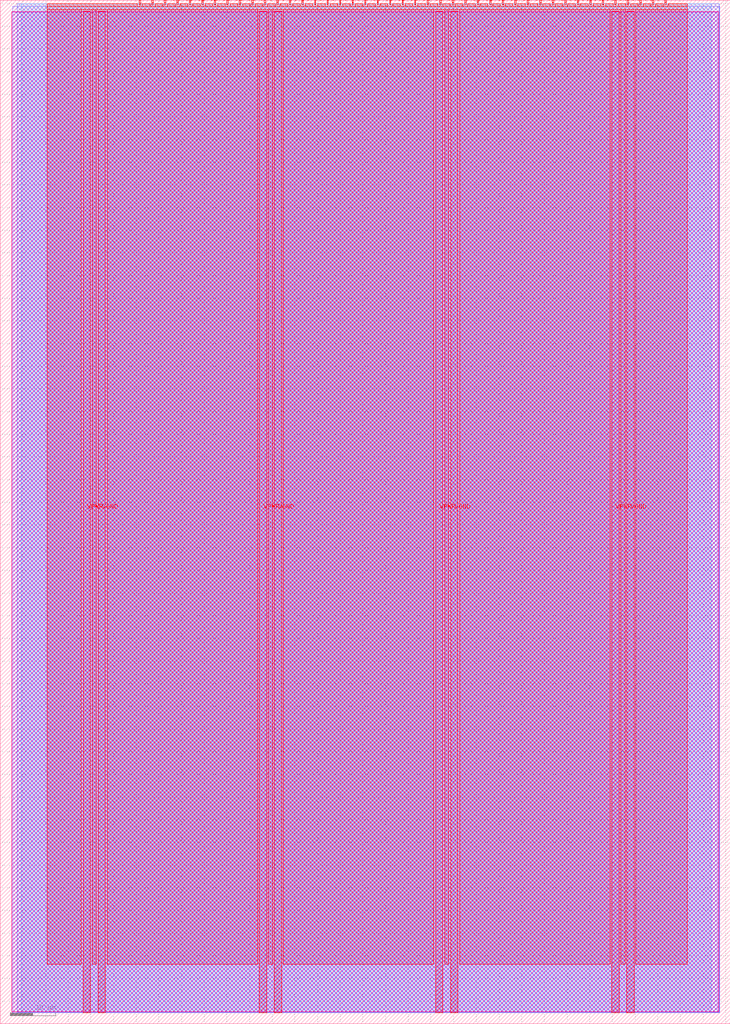
<source format=lef>
VERSION 5.7 ;
  NOWIREEXTENSIONATPIN ON ;
  DIVIDERCHAR "/" ;
  BUSBITCHARS "[]" ;
MACRO tt_um_edwintorok
  CLASS BLOCK ;
  FOREIGN tt_um_edwintorok ;
  ORIGIN 0.000 0.000 ;
  SIZE 161.000 BY 225.760 ;
  PIN VGND
    DIRECTION INOUT ;
    USE GROUND ;
    PORT
      LAYER met4 ;
        RECT 21.580 2.480 23.180 223.280 ;
    END
    PORT
      LAYER met4 ;
        RECT 60.450 2.480 62.050 223.280 ;
    END
    PORT
      LAYER met4 ;
        RECT 99.320 2.480 100.920 223.280 ;
    END
    PORT
      LAYER met4 ;
        RECT 138.190 2.480 139.790 223.280 ;
    END
  END VGND
  PIN VPWR
    DIRECTION INOUT ;
    USE POWER ;
    PORT
      LAYER met4 ;
        RECT 18.280 2.480 19.880 223.280 ;
    END
    PORT
      LAYER met4 ;
        RECT 57.150 2.480 58.750 223.280 ;
    END
    PORT
      LAYER met4 ;
        RECT 96.020 2.480 97.620 223.280 ;
    END
    PORT
      LAYER met4 ;
        RECT 134.890 2.480 136.490 223.280 ;
    END
  END VPWR
  PIN clk
    DIRECTION INPUT ;
    USE SIGNAL ;
    ANTENNAGATEAREA 0.852000 ;
    PORT
      LAYER met4 ;
        RECT 143.830 224.760 144.130 225.760 ;
    END
  END clk
  PIN ena
    DIRECTION INPUT ;
    USE SIGNAL ;
    PORT
      LAYER met4 ;
        RECT 146.590 224.760 146.890 225.760 ;
    END
  END ena
  PIN rst_n
    DIRECTION INPUT ;
    USE SIGNAL ;
    ANTENNAGATEAREA 0.196500 ;
    PORT
      LAYER met4 ;
        RECT 141.070 224.760 141.370 225.760 ;
    END
  END rst_n
  PIN ui_in[0]
    DIRECTION INPUT ;
    USE SIGNAL ;
    PORT
      LAYER met4 ;
        RECT 138.310 224.760 138.610 225.760 ;
    END
  END ui_in[0]
  PIN ui_in[1]
    DIRECTION INPUT ;
    USE SIGNAL ;
    PORT
      LAYER met4 ;
        RECT 135.550 224.760 135.850 225.760 ;
    END
  END ui_in[1]
  PIN ui_in[2]
    DIRECTION INPUT ;
    USE SIGNAL ;
    PORT
      LAYER met4 ;
        RECT 132.790 224.760 133.090 225.760 ;
    END
  END ui_in[2]
  PIN ui_in[3]
    DIRECTION INPUT ;
    USE SIGNAL ;
    PORT
      LAYER met4 ;
        RECT 130.030 224.760 130.330 225.760 ;
    END
  END ui_in[3]
  PIN ui_in[4]
    DIRECTION INPUT ;
    USE SIGNAL ;
    PORT
      LAYER met4 ;
        RECT 127.270 224.760 127.570 225.760 ;
    END
  END ui_in[4]
  PIN ui_in[5]
    DIRECTION INPUT ;
    USE SIGNAL ;
    PORT
      LAYER met4 ;
        RECT 124.510 224.760 124.810 225.760 ;
    END
  END ui_in[5]
  PIN ui_in[6]
    DIRECTION INPUT ;
    USE SIGNAL ;
    PORT
      LAYER met4 ;
        RECT 121.750 224.760 122.050 225.760 ;
    END
  END ui_in[6]
  PIN ui_in[7]
    DIRECTION INPUT ;
    USE SIGNAL ;
    PORT
      LAYER met4 ;
        RECT 118.990 224.760 119.290 225.760 ;
    END
  END ui_in[7]
  PIN uio_in[0]
    DIRECTION INPUT ;
    USE SIGNAL ;
    ANTENNAGATEAREA 0.159000 ;
    PORT
      LAYER met4 ;
        RECT 116.230 224.760 116.530 225.760 ;
    END
  END uio_in[0]
  PIN uio_in[1]
    DIRECTION INPUT ;
    USE SIGNAL ;
    PORT
      LAYER met4 ;
        RECT 113.470 224.760 113.770 225.760 ;
    END
  END uio_in[1]
  PIN uio_in[2]
    DIRECTION INPUT ;
    USE SIGNAL ;
    PORT
      LAYER met4 ;
        RECT 110.710 224.760 111.010 225.760 ;
    END
  END uio_in[2]
  PIN uio_in[3]
    DIRECTION INPUT ;
    USE SIGNAL ;
    PORT
      LAYER met4 ;
        RECT 107.950 224.760 108.250 225.760 ;
    END
  END uio_in[3]
  PIN uio_in[4]
    DIRECTION INPUT ;
    USE SIGNAL ;
    PORT
      LAYER met4 ;
        RECT 105.190 224.760 105.490 225.760 ;
    END
  END uio_in[4]
  PIN uio_in[5]
    DIRECTION INPUT ;
    USE SIGNAL ;
    PORT
      LAYER met4 ;
        RECT 102.430 224.760 102.730 225.760 ;
    END
  END uio_in[5]
  PIN uio_in[6]
    DIRECTION INPUT ;
    USE SIGNAL ;
    PORT
      LAYER met4 ;
        RECT 99.670 224.760 99.970 225.760 ;
    END
  END uio_in[6]
  PIN uio_in[7]
    DIRECTION INPUT ;
    USE SIGNAL ;
    PORT
      LAYER met4 ;
        RECT 96.910 224.760 97.210 225.760 ;
    END
  END uio_in[7]
  PIN uio_oe[0]
    DIRECTION OUTPUT ;
    USE SIGNAL ;
    PORT
      LAYER met4 ;
        RECT 49.990 224.760 50.290 225.760 ;
    END
  END uio_oe[0]
  PIN uio_oe[1]
    DIRECTION OUTPUT ;
    USE SIGNAL ;
    PORT
      LAYER met4 ;
        RECT 47.230 224.760 47.530 225.760 ;
    END
  END uio_oe[1]
  PIN uio_oe[2]
    DIRECTION OUTPUT ;
    USE SIGNAL ;
    PORT
      LAYER met4 ;
        RECT 44.470 224.760 44.770 225.760 ;
    END
  END uio_oe[2]
  PIN uio_oe[3]
    DIRECTION OUTPUT ;
    USE SIGNAL ;
    PORT
      LAYER met4 ;
        RECT 41.710 224.760 42.010 225.760 ;
    END
  END uio_oe[3]
  PIN uio_oe[4]
    DIRECTION OUTPUT ;
    USE SIGNAL ;
    PORT
      LAYER met4 ;
        RECT 38.950 224.760 39.250 225.760 ;
    END
  END uio_oe[4]
  PIN uio_oe[5]
    DIRECTION OUTPUT ;
    USE SIGNAL ;
    PORT
      LAYER met4 ;
        RECT 36.190 224.760 36.490 225.760 ;
    END
  END uio_oe[5]
  PIN uio_oe[6]
    DIRECTION OUTPUT ;
    USE SIGNAL ;
    PORT
      LAYER met4 ;
        RECT 33.430 224.760 33.730 225.760 ;
    END
  END uio_oe[6]
  PIN uio_oe[7]
    DIRECTION OUTPUT ;
    USE SIGNAL ;
    PORT
      LAYER met4 ;
        RECT 30.670 224.760 30.970 225.760 ;
    END
  END uio_oe[7]
  PIN uio_out[0]
    DIRECTION OUTPUT ;
    USE SIGNAL ;
    PORT
      LAYER met4 ;
        RECT 72.070 224.760 72.370 225.760 ;
    END
  END uio_out[0]
  PIN uio_out[1]
    DIRECTION OUTPUT ;
    USE SIGNAL ;
    PORT
      LAYER met4 ;
        RECT 69.310 224.760 69.610 225.760 ;
    END
  END uio_out[1]
  PIN uio_out[2]
    DIRECTION OUTPUT ;
    USE SIGNAL ;
    PORT
      LAYER met4 ;
        RECT 66.550 224.760 66.850 225.760 ;
    END
  END uio_out[2]
  PIN uio_out[3]
    DIRECTION OUTPUT ;
    USE SIGNAL ;
    PORT
      LAYER met4 ;
        RECT 63.790 224.760 64.090 225.760 ;
    END
  END uio_out[3]
  PIN uio_out[4]
    DIRECTION OUTPUT ;
    USE SIGNAL ;
    PORT
      LAYER met4 ;
        RECT 61.030 224.760 61.330 225.760 ;
    END
  END uio_out[4]
  PIN uio_out[5]
    DIRECTION OUTPUT ;
    USE SIGNAL ;
    PORT
      LAYER met4 ;
        RECT 58.270 224.760 58.570 225.760 ;
    END
  END uio_out[5]
  PIN uio_out[6]
    DIRECTION OUTPUT ;
    USE SIGNAL ;
    PORT
      LAYER met4 ;
        RECT 55.510 224.760 55.810 225.760 ;
    END
  END uio_out[6]
  PIN uio_out[7]
    DIRECTION OUTPUT ;
    USE SIGNAL ;
    PORT
      LAYER met4 ;
        RECT 52.750 224.760 53.050 225.760 ;
    END
  END uio_out[7]
  PIN uo_out[0]
    DIRECTION OUTPUT ;
    USE SIGNAL ;
    ANTENNADIFFAREA 0.891000 ;
    PORT
      LAYER met4 ;
        RECT 94.150 224.760 94.450 225.760 ;
    END
  END uo_out[0]
  PIN uo_out[1]
    DIRECTION OUTPUT ;
    USE SIGNAL ;
    ANTENNADIFFAREA 0.891000 ;
    PORT
      LAYER met4 ;
        RECT 91.390 224.760 91.690 225.760 ;
    END
  END uo_out[1]
  PIN uo_out[2]
    DIRECTION OUTPUT ;
    USE SIGNAL ;
    ANTENNADIFFAREA 0.891000 ;
    PORT
      LAYER met4 ;
        RECT 88.630 224.760 88.930 225.760 ;
    END
  END uo_out[2]
  PIN uo_out[3]
    DIRECTION OUTPUT ;
    USE SIGNAL ;
    ANTENNADIFFAREA 0.445500 ;
    PORT
      LAYER met4 ;
        RECT 85.870 224.760 86.170 225.760 ;
    END
  END uo_out[3]
  PIN uo_out[4]
    DIRECTION OUTPUT ;
    USE SIGNAL ;
    ANTENNADIFFAREA 0.891000 ;
    PORT
      LAYER met4 ;
        RECT 83.110 224.760 83.410 225.760 ;
    END
  END uo_out[4]
  PIN uo_out[5]
    DIRECTION OUTPUT ;
    USE SIGNAL ;
    ANTENNADIFFAREA 0.891000 ;
    PORT
      LAYER met4 ;
        RECT 80.350 224.760 80.650 225.760 ;
    END
  END uo_out[5]
  PIN uo_out[6]
    DIRECTION OUTPUT ;
    USE SIGNAL ;
    ANTENNADIFFAREA 0.891000 ;
    PORT
      LAYER met4 ;
        RECT 77.590 224.760 77.890 225.760 ;
    END
  END uo_out[6]
  PIN uo_out[7]
    DIRECTION OUTPUT ;
    USE SIGNAL ;
    ANTENNADIFFAREA 0.445500 ;
    PORT
      LAYER met4 ;
        RECT 74.830 224.760 75.130 225.760 ;
    END
  END uo_out[7]
  OBS
      LAYER nwell ;
        RECT 2.570 2.635 158.430 223.230 ;
      LAYER li1 ;
        RECT 2.760 2.635 158.240 223.125 ;
      LAYER met1 ;
        RECT 2.760 2.480 158.630 224.360 ;
      LAYER met2 ;
        RECT 3.780 2.535 158.600 224.925 ;
      LAYER met3 ;
        RECT 4.665 2.555 156.795 224.905 ;
      LAYER met4 ;
        RECT 10.415 224.360 30.270 224.905 ;
        RECT 31.370 224.360 33.030 224.905 ;
        RECT 34.130 224.360 35.790 224.905 ;
        RECT 36.890 224.360 38.550 224.905 ;
        RECT 39.650 224.360 41.310 224.905 ;
        RECT 42.410 224.360 44.070 224.905 ;
        RECT 45.170 224.360 46.830 224.905 ;
        RECT 47.930 224.360 49.590 224.905 ;
        RECT 50.690 224.360 52.350 224.905 ;
        RECT 53.450 224.360 55.110 224.905 ;
        RECT 56.210 224.360 57.870 224.905 ;
        RECT 58.970 224.360 60.630 224.905 ;
        RECT 61.730 224.360 63.390 224.905 ;
        RECT 64.490 224.360 66.150 224.905 ;
        RECT 67.250 224.360 68.910 224.905 ;
        RECT 70.010 224.360 71.670 224.905 ;
        RECT 72.770 224.360 74.430 224.905 ;
        RECT 75.530 224.360 77.190 224.905 ;
        RECT 78.290 224.360 79.950 224.905 ;
        RECT 81.050 224.360 82.710 224.905 ;
        RECT 83.810 224.360 85.470 224.905 ;
        RECT 86.570 224.360 88.230 224.905 ;
        RECT 89.330 224.360 90.990 224.905 ;
        RECT 92.090 224.360 93.750 224.905 ;
        RECT 94.850 224.360 96.510 224.905 ;
        RECT 97.610 224.360 99.270 224.905 ;
        RECT 100.370 224.360 102.030 224.905 ;
        RECT 103.130 224.360 104.790 224.905 ;
        RECT 105.890 224.360 107.550 224.905 ;
        RECT 108.650 224.360 110.310 224.905 ;
        RECT 111.410 224.360 113.070 224.905 ;
        RECT 114.170 224.360 115.830 224.905 ;
        RECT 116.930 224.360 118.590 224.905 ;
        RECT 119.690 224.360 121.350 224.905 ;
        RECT 122.450 224.360 124.110 224.905 ;
        RECT 125.210 224.360 126.870 224.905 ;
        RECT 127.970 224.360 129.630 224.905 ;
        RECT 130.730 224.360 132.390 224.905 ;
        RECT 133.490 224.360 135.150 224.905 ;
        RECT 136.250 224.360 137.910 224.905 ;
        RECT 139.010 224.360 140.670 224.905 ;
        RECT 141.770 224.360 143.430 224.905 ;
        RECT 144.530 224.360 146.190 224.905 ;
        RECT 147.290 224.360 151.505 224.905 ;
        RECT 10.415 223.680 151.505 224.360 ;
        RECT 10.415 13.095 17.880 223.680 ;
        RECT 20.280 13.095 21.180 223.680 ;
        RECT 23.580 13.095 56.750 223.680 ;
        RECT 59.150 13.095 60.050 223.680 ;
        RECT 62.450 13.095 95.620 223.680 ;
        RECT 98.020 13.095 98.920 223.680 ;
        RECT 101.320 13.095 134.490 223.680 ;
        RECT 136.890 13.095 137.790 223.680 ;
        RECT 140.190 13.095 151.505 223.680 ;
  END
END tt_um_edwintorok
END LIBRARY


</source>
